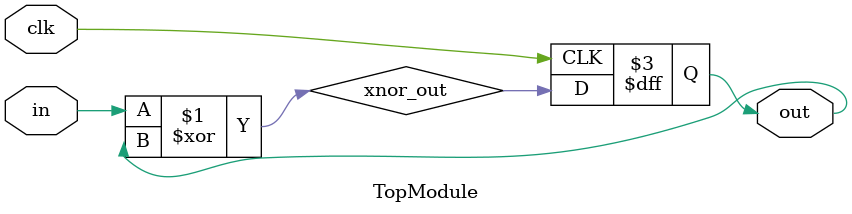
<source format=sv>

module TopModule (
  input clk,
  input in,
  output logic out
);
assign xnor_out = in ^ out;
always @(posedge clk) out <= xnor_out;

endmodule

</source>
